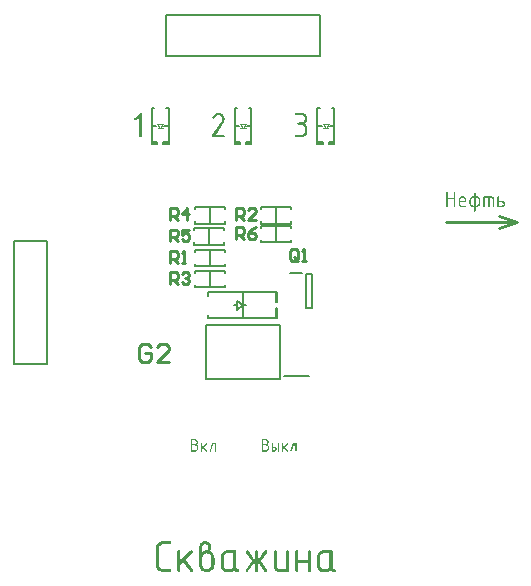
<source format=gto>
G04 Layer_Color=65535*
%FSLAX44Y44*%
%MOMM*%
G71*
G01*
G75*
%ADD26C,0.2540*%
%ADD27C,0.1500*%
%ADD28C,0.1000*%
%ADD29C,0.2000*%
G36*
X287712Y131335D02*
X287809Y131296D01*
X287887Y131218D01*
X287985Y131140D01*
X288043Y131003D01*
X288063Y130828D01*
Y130788D01*
X288043Y130710D01*
X288004Y130574D01*
X287907Y130457D01*
X285605Y128135D01*
X287965Y124819D01*
X287985Y124800D01*
X288024Y124722D01*
X288043Y124624D01*
X288063Y124507D01*
Y124488D01*
Y124429D01*
X288043Y124351D01*
X288004Y124254D01*
X287926Y124156D01*
X287848Y124078D01*
X287712Y124019D01*
X287536Y124000D01*
X287497D01*
X287380Y124019D01*
X287243Y124097D01*
X287165Y124136D01*
X287107Y124215D01*
X284844Y127375D01*
X283869Y126399D01*
Y124507D01*
Y124488D01*
Y124429D01*
X283849Y124351D01*
X283810Y124254D01*
X283732Y124156D01*
X283654Y124078D01*
X283517Y124019D01*
X283342Y124000D01*
X283264D01*
X283166Y124019D01*
X283088Y124059D01*
X282991Y124117D01*
X282893Y124215D01*
X282835Y124332D01*
X282815Y124507D01*
Y130828D01*
Y130847D01*
Y130906D01*
X282835Y131003D01*
X282874Y131101D01*
X282952Y131179D01*
X283030Y131276D01*
X283166Y131335D01*
X283342Y131354D01*
X283420D01*
X283517Y131335D01*
X283615Y131296D01*
X283693Y131218D01*
X283791Y131140D01*
X283849Y131003D01*
X283869Y130828D01*
Y127901D01*
X287165Y131198D01*
X287185Y131218D01*
X287263Y131276D01*
X287380Y131335D01*
X287536Y131354D01*
X287614D01*
X287712Y131335D01*
D02*
G37*
G36*
X295066D02*
X295163Y131296D01*
X295241Y131218D01*
X295339Y131140D01*
X295397Y131003D01*
X295417Y130828D01*
Y124507D01*
Y124488D01*
Y124429D01*
X295397Y124351D01*
X295358Y124254D01*
X295280Y124156D01*
X295202Y124078D01*
X295066Y124019D01*
X294890Y124000D01*
X294812D01*
X294715Y124019D01*
X294637Y124059D01*
X294539Y124117D01*
X294442Y124215D01*
X294383Y124332D01*
X294363Y124507D01*
Y130301D01*
X293154D01*
X291184Y124351D01*
Y124332D01*
X291164Y124293D01*
X291086Y124176D01*
X291008Y124117D01*
X290930Y124059D01*
X290833Y124019D01*
X290696Y124000D01*
X290618D01*
X290521Y124019D01*
X290443Y124059D01*
X290345Y124136D01*
X290247Y124215D01*
X290189Y124351D01*
X290169Y124527D01*
Y124546D01*
Y124585D01*
X290189Y124683D01*
X292257Y130925D01*
Y130944D01*
X292296Y130984D01*
X292335Y131062D01*
X292374Y131140D01*
X292452Y131218D01*
X292549Y131296D01*
X292647Y131335D01*
X292783Y131354D01*
X294968D01*
X295066Y131335D01*
D02*
G37*
G36*
X280357D02*
X280455Y131296D01*
X280533Y131218D01*
X280630Y131140D01*
X280689Y131003D01*
X280708Y130828D01*
Y124507D01*
Y124488D01*
Y124429D01*
X280689Y124351D01*
X280650Y124254D01*
X280572Y124156D01*
X280494Y124078D01*
X280357Y124019D01*
X280182Y124000D01*
X280104D01*
X280006Y124019D01*
X279928Y124059D01*
X279831Y124117D01*
X279733Y124215D01*
X279674Y124332D01*
X279655Y124507D01*
Y130828D01*
Y130847D01*
Y130906D01*
X279674Y131003D01*
X279714Y131101D01*
X279792Y131179D01*
X279870Y131276D01*
X280006Y131335D01*
X280182Y131354D01*
X280260D01*
X280357Y131335D01*
D02*
G37*
G36*
X446556Y342814D02*
X446678Y342765D01*
X446776Y342668D01*
X446898Y342570D01*
X446971Y342399D01*
X446995Y342179D01*
Y340202D01*
X447459D01*
X447752Y340178D01*
X448045Y340154D01*
X448387Y340105D01*
X448680Y340032D01*
X448924Y339958D01*
X448972Y339934D01*
X449070Y339885D01*
X449241Y339787D01*
X449461Y339665D01*
X449680Y339495D01*
X449924Y339275D01*
X450168Y339031D01*
X450388Y338738D01*
X450412Y338689D01*
X450486Y338591D01*
X450559Y338420D01*
X450681Y338201D01*
X450779Y337932D01*
X450852Y337615D01*
X450925Y337273D01*
X450950Y336907D01*
Y334271D01*
Y334246D01*
Y334222D01*
Y334149D01*
X450925Y334051D01*
X450901Y333783D01*
X450827Y333465D01*
X450705Y333099D01*
X450535Y332709D01*
X450290Y332318D01*
X449973Y331952D01*
X449924Y331903D01*
X449802Y331805D01*
X449607Y331659D01*
X449338Y331488D01*
X448997Y331293D01*
X448606Y331147D01*
X448143Y331049D01*
X447654Y331000D01*
X446995D01*
Y327705D01*
Y327680D01*
Y327607D01*
X446971Y327485D01*
X446922Y327387D01*
X446824Y327265D01*
X446727Y327143D01*
X446556Y327070D01*
X446336Y327046D01*
X446239D01*
X446116Y327070D01*
X446019Y327119D01*
X445897Y327216D01*
X445775Y327314D01*
X445701Y327485D01*
X445677Y327705D01*
Y331000D01*
X444896D01*
X444798Y331024D01*
X444530Y331049D01*
X444212Y331122D01*
X443846Y331244D01*
X443431Y331390D01*
X443041Y331635D01*
X442675Y331952D01*
X442626Y332001D01*
X442528Y332123D01*
X442382Y332318D01*
X442211Y332611D01*
X442016Y332928D01*
X441869Y333343D01*
X441772Y333783D01*
X441723Y334271D01*
Y336907D01*
Y336931D01*
Y336980D01*
Y337029D01*
X441747Y337127D01*
X441772Y337395D01*
X441845Y337713D01*
X441967Y338079D01*
X442113Y338469D01*
X442357Y338860D01*
X442675Y339226D01*
X442724Y339275D01*
X442846Y339372D01*
X443041Y339543D01*
X443334Y339714D01*
X443675Y339885D01*
X444066Y340056D01*
X444530Y340154D01*
X445018Y340202D01*
X445677D01*
Y342179D01*
Y342204D01*
Y342277D01*
X445701Y342399D01*
X445750Y342521D01*
X445848Y342619D01*
X445946Y342741D01*
X446116Y342814D01*
X446336Y342839D01*
X446434D01*
X446556Y342814D01*
D02*
G37*
G36*
X466279Y340178D02*
X466401Y340129D01*
X466498Y340032D01*
X466620Y339934D01*
X466694Y339763D01*
X466718Y339543D01*
Y336272D01*
X469525D01*
X469720Y336224D01*
X469964Y336175D01*
X470257Y336077D01*
X470575Y335955D01*
X470892Y335760D01*
X471185Y335491D01*
X471209Y335467D01*
X471307Y335345D01*
X471429Y335198D01*
X471576Y334979D01*
X471722Y334710D01*
X471844Y334393D01*
X471942Y334027D01*
X471966Y333636D01*
Y333587D01*
Y333441D01*
X471917Y333246D01*
X471868Y332977D01*
X471771Y332684D01*
X471649Y332367D01*
X471453Y332050D01*
X471185Y331757D01*
X471161Y331732D01*
X471039Y331635D01*
X470892Y331513D01*
X470672Y331390D01*
X470404Y331244D01*
X470087Y331122D01*
X469720Y331024D01*
X469330Y331000D01*
X465937D01*
X465839Y331024D01*
X465717Y331073D01*
X465595Y331147D01*
X465498Y331269D01*
X465424Y331415D01*
X465400Y331635D01*
Y339543D01*
Y339568D01*
Y339641D01*
X465424Y339763D01*
X465473Y339885D01*
X465571Y339983D01*
X465668Y340105D01*
X465839Y340178D01*
X466059Y340202D01*
X466157D01*
X466279Y340178D01*
D02*
G37*
G36*
X460542Y340154D02*
X460787Y340105D01*
X461079Y340007D01*
X461397Y339885D01*
X461714Y339690D01*
X462007Y339421D01*
X462031Y339397D01*
X462129Y339275D01*
X462251Y339128D01*
X462398Y338909D01*
X462544Y338640D01*
X462666Y338323D01*
X462764Y337957D01*
X462788Y337566D01*
Y331635D01*
Y331610D01*
Y331537D01*
X462764Y331439D01*
X462715Y331317D01*
X462617Y331195D01*
X462520Y331098D01*
X462349Y331024D01*
X462129Y331000D01*
X462031D01*
X461909Y331024D01*
X461812Y331073D01*
X461690Y331147D01*
X461568Y331269D01*
X461494Y331415D01*
X461470Y331635D01*
Y337566D01*
Y337590D01*
Y337664D01*
X461446Y337761D01*
X461421Y337883D01*
X461372Y338030D01*
X461299Y338201D01*
X461202Y338347D01*
X461079Y338494D01*
X461055Y338518D01*
X461006Y338567D01*
X460933Y338616D01*
X460811Y338689D01*
X460689Y338762D01*
X460518Y338835D01*
X460347Y338860D01*
X460152Y338884D01*
X458834D01*
Y331635D01*
Y331610D01*
Y331537D01*
X458809Y331439D01*
X458761Y331317D01*
X458663Y331195D01*
X458565Y331098D01*
X458394Y331024D01*
X458175Y331000D01*
X458077D01*
X457955Y331024D01*
X457857Y331073D01*
X457735Y331147D01*
X457613Y331269D01*
X457540Y331415D01*
X457516Y331635D01*
Y338884D01*
X454879D01*
Y331635D01*
Y331610D01*
Y331537D01*
X454855Y331439D01*
X454806Y331317D01*
X454709Y331195D01*
X454611Y331098D01*
X454440Y331024D01*
X454220Y331000D01*
X454123D01*
X454001Y331024D01*
X453903Y331073D01*
X453781Y331147D01*
X453659Y331269D01*
X453586Y331415D01*
X453561Y331635D01*
Y339543D01*
Y339568D01*
Y339641D01*
X453586Y339763D01*
X453635Y339885D01*
X453732Y339983D01*
X453830Y340105D01*
X454001Y340178D01*
X454220Y340202D01*
X460347D01*
X460542Y340154D01*
D02*
G37*
G36*
X436035Y340178D02*
X436279Y340154D01*
X436597Y340080D01*
X436987Y339983D01*
X437378Y339812D01*
X437769Y339568D01*
X438135Y339250D01*
X438183Y339202D01*
X438281Y339080D01*
X438428Y338884D01*
X438623Y338591D01*
X438794Y338250D01*
X438940Y337859D01*
X439038Y337420D01*
X439087Y336907D01*
Y334954D01*
X433839D01*
Y333636D01*
Y333612D01*
Y333539D01*
X433863Y333441D01*
X433887Y333319D01*
X433936Y333148D01*
X433985Y333002D01*
X434083Y332831D01*
X434205Y332684D01*
X434229Y332660D01*
X434278Y332635D01*
X434351Y332562D01*
X434473Y332513D01*
X434595Y332440D01*
X434766Y332367D01*
X434937Y332342D01*
X435132Y332318D01*
X438525D01*
X438647Y332294D01*
X438769Y332245D01*
X438867Y332147D01*
X438989Y332050D01*
X439062Y331879D01*
X439087Y331659D01*
Y331635D01*
Y331561D01*
X439062Y331439D01*
X439013Y331342D01*
X438916Y331220D01*
X438818Y331098D01*
X438647Y331024D01*
X438428Y331000D01*
X435083D01*
X434961Y331024D01*
X434742Y331049D01*
X434498Y331098D01*
X434205Y331195D01*
X433887Y331317D01*
X433570Y331513D01*
X433277Y331757D01*
X433253Y331781D01*
X433155Y331903D01*
X433033Y332050D01*
X432911Y332269D01*
X432765Y332538D01*
X432643Y332855D01*
X432545Y333221D01*
X432520Y333612D01*
Y336907D01*
Y336931D01*
Y336980D01*
Y337029D01*
X432545Y337127D01*
X432569Y337395D01*
X432643Y337713D01*
X432765Y338079D01*
X432911Y338469D01*
X433155Y338860D01*
X433472Y339226D01*
X433521Y339275D01*
X433643Y339372D01*
X433839Y339543D01*
X434132Y339714D01*
X434449Y339885D01*
X434864Y340056D01*
X435303Y340154D01*
X435791Y340202D01*
X435938D01*
X436035Y340178D01*
D02*
G37*
G36*
X275110Y131335D02*
X275207Y131296D01*
X275285Y131218D01*
X275383Y131140D01*
X275441Y131003D01*
X275461Y130828D01*
Y128214D01*
X276670D01*
X276826Y128174D01*
X277022Y128135D01*
X277256Y128057D01*
X277509Y127960D01*
X277763Y127804D01*
X277997Y127589D01*
X278016Y127570D01*
X278095Y127472D01*
X278192Y127355D01*
X278309Y127180D01*
X278426Y126965D01*
X278524Y126712D01*
X278602Y126419D01*
X278621Y126107D01*
Y126068D01*
Y125951D01*
X278582Y125795D01*
X278543Y125580D01*
X278465Y125346D01*
X278368Y125092D01*
X278211Y124839D01*
X277997Y124605D01*
X277977Y124585D01*
X277880Y124507D01*
X277763Y124410D01*
X277587Y124312D01*
X277373Y124195D01*
X277119Y124097D01*
X276826Y124019D01*
X276514Y124000D01*
X274856D01*
X274759Y124019D01*
X274681Y124059D01*
X274583Y124117D01*
X274486Y124215D01*
X274427Y124332D01*
X274408Y124507D01*
Y130828D01*
Y130847D01*
Y130906D01*
X274427Y131003D01*
X274466Y131101D01*
X274544Y131179D01*
X274622Y131276D01*
X274759Y131335D01*
X274934Y131354D01*
X275012D01*
X275110Y131335D01*
D02*
G37*
G36*
X299583Y411003D02*
X300012Y410964D01*
X300520Y410847D01*
X301105Y410652D01*
X301730Y410379D01*
X302355Y409988D01*
X302940Y409481D01*
X303018Y409403D01*
X303174Y409208D01*
X303448Y408856D01*
X303721Y408427D01*
X303994Y407880D01*
X304268Y407256D01*
X304424Y406553D01*
X304502Y405772D01*
Y405733D01*
Y405655D01*
Y405538D01*
X304463Y405343D01*
X304424Y405108D01*
X304385Y404874D01*
X304228Y404249D01*
X303994Y403586D01*
X303604Y402883D01*
X303370Y402532D01*
X303096Y402180D01*
X302784Y401868D01*
X302394Y401556D01*
X302433D01*
X302472Y401478D01*
X302706Y401283D01*
X303057Y400931D01*
X303448Y400424D01*
X303838Y399838D01*
X304189Y399096D01*
X304424Y398276D01*
X304463Y397808D01*
X304502Y397340D01*
Y395231D01*
Y395192D01*
Y395153D01*
Y395036D01*
X304463Y394880D01*
X304424Y394450D01*
X304307Y393943D01*
X304111Y393357D01*
X303838Y392733D01*
X303448Y392108D01*
X302940Y391523D01*
X302862Y391445D01*
X302667Y391288D01*
X302316Y391054D01*
X301886Y390781D01*
X301339Y390468D01*
X300715Y390234D01*
X300012Y390078D01*
X299231Y390000D01*
X294859D01*
X294703Y390039D01*
X294508Y390117D01*
X294312Y390273D01*
X294156Y390429D01*
X294039Y390703D01*
X294000Y391054D01*
Y391093D01*
Y391210D01*
X294039Y391405D01*
X294117Y391601D01*
X294234Y391757D01*
X294429Y391952D01*
X294664Y392069D01*
X295015Y392108D01*
X299466D01*
X299700Y392147D01*
X300012Y392225D01*
X300364Y392342D01*
X300715Y392499D01*
X301105Y392694D01*
X301457Y393006D01*
X301496Y393045D01*
X301613Y393162D01*
X301769Y393357D01*
X301925Y393631D01*
X302081Y393943D01*
X302237Y394333D01*
X302355Y394763D01*
X302394Y395231D01*
Y397340D01*
Y397379D01*
Y397574D01*
X302355Y397808D01*
X302276Y398120D01*
X302159Y398433D01*
X302003Y398823D01*
X301769Y399213D01*
X301457Y399565D01*
X301418Y399604D01*
X301300Y399721D01*
X301105Y399877D01*
X300832Y400033D01*
X300520Y400189D01*
X300129Y400346D01*
X299700Y400463D01*
X299231Y400502D01*
X296967D01*
X296772Y400541D01*
X296616Y400619D01*
X296420Y400775D01*
X296225Y400931D01*
X296108Y401204D01*
X296069Y401556D01*
Y401595D01*
Y401712D01*
X296108Y401907D01*
X296186Y402102D01*
X296342Y402258D01*
X296499Y402454D01*
X296772Y402571D01*
X297123Y402610D01*
X299466D01*
X299700Y402649D01*
X300012Y402727D01*
X300324Y402844D01*
X300715Y403000D01*
X301105Y403195D01*
X301457Y403508D01*
X301496Y403547D01*
X301613Y403664D01*
X301769Y403859D01*
X301925Y404132D01*
X302081Y404484D01*
X302237Y404874D01*
X302355Y405304D01*
X302394Y405772D01*
Y405811D01*
Y406006D01*
X302355Y406241D01*
X302276Y406553D01*
X302159Y406865D01*
X302003Y407256D01*
X301769Y407646D01*
X301457Y407997D01*
X301418Y408036D01*
X301300Y408153D01*
X301105Y408310D01*
X300832Y408466D01*
X300520Y408622D01*
X300129Y408778D01*
X299700Y408895D01*
X299231Y408934D01*
X294859D01*
X294703Y408973D01*
X294508Y409051D01*
X294312Y409208D01*
X294156Y409364D01*
X294039Y409637D01*
X294000Y409988D01*
Y410027D01*
Y410145D01*
X294039Y410340D01*
X294117Y410535D01*
X294234Y410691D01*
X294429Y410886D01*
X294664Y411003D01*
X295015Y411043D01*
X299426D01*
X299583Y411003D01*
D02*
G37*
G36*
X229583D02*
X230012Y410964D01*
X230520Y410847D01*
X231105Y410652D01*
X231730Y410379D01*
X232355Y409988D01*
X232940Y409481D01*
X233018Y409403D01*
X233174Y409208D01*
X233448Y408895D01*
X233721Y408466D01*
X233994Y407919D01*
X234268Y407295D01*
X234424Y406553D01*
X234502Y405772D01*
Y405694D01*
Y405499D01*
X234463Y405225D01*
X234385Y404835D01*
X234268Y404367D01*
X234072Y403859D01*
X233838Y403313D01*
X233526Y402727D01*
X226928Y392108D01*
X233604D01*
X233799Y392069D01*
X233994Y391991D01*
X234150Y391835D01*
X234346Y391679D01*
X234463Y391405D01*
X234502Y391054D01*
Y391015D01*
Y390898D01*
X234463Y390703D01*
X234385Y390547D01*
X234228Y390351D01*
X234072Y390156D01*
X233799Y390039D01*
X233448Y390000D01*
X224859D01*
X224703Y390039D01*
X224508Y390117D01*
X224312Y390234D01*
X224156Y390429D01*
X224039Y390664D01*
X224000Y391015D01*
Y391093D01*
X224039Y391210D01*
X224078Y391445D01*
X224156Y391640D01*
X231847Y404015D01*
X231886Y404054D01*
X231925Y404171D01*
X232003Y404328D01*
X232120Y404562D01*
X232237Y404835D01*
X232316Y405108D01*
X232355Y405421D01*
X232394Y405772D01*
Y405811D01*
Y406006D01*
X232355Y406241D01*
X232276Y406553D01*
X232159Y406865D01*
X232003Y407256D01*
X231769Y407646D01*
X231457Y407997D01*
X231418Y408036D01*
X231301Y408153D01*
X231105Y408310D01*
X230832Y408466D01*
X230520Y408622D01*
X230129Y408778D01*
X229700Y408895D01*
X229231Y408934D01*
X229153D01*
X228919Y408895D01*
X228568Y408778D01*
X228138Y408622D01*
X227631Y408271D01*
X227357Y408075D01*
X227084Y407802D01*
X226811Y407529D01*
X226538Y407138D01*
X226225Y406748D01*
X225952Y406280D01*
Y406241D01*
X225913Y406202D01*
X225718Y406045D01*
X225445Y405850D01*
X225249Y405811D01*
X225015Y405772D01*
X224859D01*
X224703Y405811D01*
X224508Y405889D01*
X224312Y406045D01*
X224156Y406202D01*
X224039Y406475D01*
X224000Y406826D01*
Y406865D01*
Y406982D01*
X224078Y407256D01*
X224117Y407295D01*
X224156Y407412D01*
X224273Y407607D01*
X224429Y407841D01*
X224625Y408153D01*
X224859Y408466D01*
X225132Y408778D01*
X225445Y409169D01*
X226186Y409832D01*
X226616Y410184D01*
X227084Y410457D01*
X227553Y410691D01*
X228099Y410886D01*
X228646Y411003D01*
X229231Y411043D01*
X229426D01*
X229583Y411003D01*
D02*
G37*
G36*
X163583D02*
X163778Y410925D01*
X163973Y410769D01*
X164168Y410613D01*
X164285Y410340D01*
X164324Y409988D01*
Y391015D01*
Y390976D01*
Y390859D01*
X164285Y390703D01*
X164207Y390508D01*
X164051Y390312D01*
X163895Y390156D01*
X163622Y390039D01*
X163270Y390000D01*
X163114D01*
X162919Y390039D01*
X162763Y390117D01*
X162568Y390234D01*
X162372Y390429D01*
X162255Y390664D01*
X162216Y391015D01*
Y407412D01*
X159757Y404991D01*
X159718Y404952D01*
X159562Y404874D01*
X159327Y404757D01*
X159054Y404718D01*
X158898D01*
X158703Y404757D01*
X158546Y404835D01*
X158351Y404991D01*
X158156Y405147D01*
X158039Y405421D01*
X158000Y405772D01*
Y405811D01*
Y405850D01*
X158039Y406006D01*
X158117Y406241D01*
X158273Y406475D01*
X162411Y410613D01*
Y410652D01*
X162490Y410691D01*
X162646Y410847D01*
X162919Y410964D01*
X163075Y411043D01*
X163388D01*
X163583Y411003D01*
D02*
G37*
G36*
X209336Y134495D02*
X209531Y134475D01*
X209784Y134417D01*
X210096Y134339D01*
X210409Y134202D01*
X210721Y134007D01*
X211013Y133754D01*
X211052Y133715D01*
X211130Y133617D01*
X211247Y133461D01*
X211404Y133227D01*
X211540Y132954D01*
X211657Y132642D01*
X211735Y132291D01*
X211774Y131881D01*
Y131861D01*
Y131822D01*
Y131764D01*
X211755Y131666D01*
X211716Y131432D01*
X211657Y131159D01*
X211540Y130828D01*
X211364Y130476D01*
X211247Y130320D01*
X211130Y130145D01*
X210974Y129989D01*
X210799Y129833D01*
X210818Y129813D01*
X210857Y129794D01*
X210935Y129735D01*
X211033Y129657D01*
X211150Y129579D01*
X211267Y129462D01*
X211404Y129326D01*
X211560Y129169D01*
X211696Y128974D01*
X211833Y128779D01*
X211950Y128565D01*
X212067Y128311D01*
X212164Y128057D01*
X212242Y127765D01*
X212281Y127472D01*
X212301Y127141D01*
Y127121D01*
Y127082D01*
Y127024D01*
X212281Y126926D01*
Y126809D01*
X212262Y126672D01*
X212184Y126380D01*
X212067Y126029D01*
X211911Y125658D01*
X211677Y125268D01*
X211521Y125092D01*
X211364Y124917D01*
X211345D01*
X211325Y124878D01*
X211267Y124839D01*
X211208Y124780D01*
X211013Y124624D01*
X210740Y124468D01*
X210428Y124293D01*
X210038Y124137D01*
X209609Y124039D01*
X209375Y124019D01*
X209141Y124000D01*
X206429D01*
X206351Y124019D01*
X206254Y124059D01*
X206156Y124117D01*
X206078Y124215D01*
X206019Y124332D01*
X206000Y124507D01*
Y133988D01*
Y134007D01*
Y134066D01*
X206019Y134163D01*
X206059Y134261D01*
X206117Y134339D01*
X206215Y134436D01*
X206332Y134495D01*
X206507Y134514D01*
X209258D01*
X209336Y134495D01*
D02*
G37*
G36*
X269336Y134495D02*
X269531Y134475D01*
X269784Y134417D01*
X270096Y134339D01*
X270409Y134202D01*
X270721Y134007D01*
X271013Y133754D01*
X271052Y133715D01*
X271130Y133617D01*
X271247Y133461D01*
X271404Y133227D01*
X271540Y132954D01*
X271657Y132642D01*
X271735Y132290D01*
X271774Y131881D01*
Y131861D01*
Y131822D01*
Y131764D01*
X271755Y131666D01*
X271716Y131432D01*
X271657Y131159D01*
X271540Y130828D01*
X271364Y130476D01*
X271247Y130320D01*
X271130Y130145D01*
X270974Y129989D01*
X270799Y129833D01*
X270818Y129813D01*
X270857Y129794D01*
X270935Y129735D01*
X271033Y129657D01*
X271150Y129579D01*
X271267Y129462D01*
X271404Y129325D01*
X271560Y129169D01*
X271696Y128974D01*
X271833Y128779D01*
X271950Y128565D01*
X272067Y128311D01*
X272164Y128057D01*
X272242Y127765D01*
X272281Y127472D01*
X272301Y127141D01*
Y127121D01*
Y127082D01*
Y127024D01*
X272281Y126926D01*
Y126809D01*
X272262Y126672D01*
X272184Y126380D01*
X272067Y126029D01*
X271911Y125658D01*
X271677Y125268D01*
X271521Y125092D01*
X271364Y124917D01*
X271345D01*
X271325Y124878D01*
X271267Y124839D01*
X271208Y124780D01*
X271013Y124624D01*
X270740Y124468D01*
X270428Y124293D01*
X270038Y124136D01*
X269609Y124039D01*
X269375Y124019D01*
X269141Y124000D01*
X266429D01*
X266351Y124019D01*
X266254Y124059D01*
X266156Y124117D01*
X266078Y124215D01*
X266019Y124332D01*
X266000Y124507D01*
Y133988D01*
Y134007D01*
Y134066D01*
X266019Y134163D01*
X266059Y134261D01*
X266117Y134339D01*
X266215Y134436D01*
X266332Y134495D01*
X266507Y134514D01*
X269258D01*
X269336Y134495D01*
D02*
G37*
G36*
X219304Y131335D02*
X219401Y131296D01*
X219480Y131218D01*
X219577Y131140D01*
X219636Y131003D01*
X219655Y130828D01*
Y130788D01*
X219636Y130710D01*
X219597Y130574D01*
X219499Y130457D01*
X217197Y128135D01*
X219557Y124819D01*
X219577Y124800D01*
X219616Y124722D01*
X219636Y124624D01*
X219655Y124507D01*
Y124488D01*
Y124429D01*
X219636Y124351D01*
X219597Y124254D01*
X219519Y124156D01*
X219440Y124078D01*
X219304Y124019D01*
X219128Y124000D01*
X219089D01*
X218972Y124019D01*
X218836Y124097D01*
X218758Y124137D01*
X218699Y124215D01*
X216436Y127375D01*
X215461Y126399D01*
Y124507D01*
Y124488D01*
Y124429D01*
X215441Y124351D01*
X215403Y124254D01*
X215324Y124156D01*
X215246Y124078D01*
X215110Y124019D01*
X214934Y124000D01*
X214856D01*
X214759Y124019D01*
X214681Y124059D01*
X214583Y124117D01*
X214486Y124215D01*
X214427Y124332D01*
X214408Y124507D01*
Y130828D01*
Y130847D01*
Y130906D01*
X214427Y131003D01*
X214466Y131101D01*
X214544Y131179D01*
X214622Y131276D01*
X214759Y131335D01*
X214934Y131354D01*
X215012D01*
X215110Y131335D01*
X215207Y131296D01*
X215285Y131218D01*
X215383Y131140D01*
X215441Y131003D01*
X215461Y130828D01*
Y127901D01*
X218758Y131198D01*
X218777Y131218D01*
X218855Y131276D01*
X218972Y131335D01*
X219128Y131354D01*
X219206D01*
X219304Y131335D01*
D02*
G37*
G36*
X226658D02*
X226756Y131296D01*
X226834Y131218D01*
X226931Y131140D01*
X226990Y131003D01*
X227009Y130828D01*
Y124507D01*
Y124488D01*
Y124429D01*
X226990Y124351D01*
X226951Y124254D01*
X226873Y124156D01*
X226795Y124078D01*
X226658Y124019D01*
X226483Y124000D01*
X226404D01*
X226307Y124019D01*
X226229Y124059D01*
X226131Y124117D01*
X226034Y124215D01*
X225975Y124332D01*
X225956Y124507D01*
Y130301D01*
X224746D01*
X222776Y124351D01*
Y124332D01*
X222757Y124293D01*
X222679Y124176D01*
X222601Y124117D01*
X222523Y124059D01*
X222425Y124019D01*
X222288Y124000D01*
X222211D01*
X222113Y124019D01*
X222035Y124059D01*
X221937Y124137D01*
X221840Y124215D01*
X221781Y124351D01*
X221762Y124527D01*
Y124546D01*
Y124585D01*
X221781Y124683D01*
X223849Y130925D01*
Y130945D01*
X223888Y130984D01*
X223927Y131062D01*
X223966Y131140D01*
X224044Y131218D01*
X224142Y131296D01*
X224239Y131335D01*
X224376Y131354D01*
X226561D01*
X226658Y131335D01*
D02*
G37*
G36*
X324995Y40356D02*
X325239Y40258D01*
X325434Y40063D01*
X325678Y39868D01*
X325825Y39526D01*
X325874Y39087D01*
Y25905D01*
Y25857D01*
Y25710D01*
X325923Y25466D01*
X326020Y25271D01*
X326216Y25027D01*
X326411Y24783D01*
X326753Y24636D01*
X327192Y24587D01*
X327387D01*
X327631Y24539D01*
X327875Y24441D01*
X328071Y24246D01*
X328315Y24050D01*
X328461Y23709D01*
X328510Y23269D01*
Y23221D01*
Y23074D01*
X328461Y22879D01*
X328363Y22635D01*
X328168Y22391D01*
X327973Y22195D01*
X327631Y22049D01*
X327192Y22000D01*
X326899D01*
X326557Y22098D01*
X326118Y22195D01*
X325630Y22342D01*
X325141Y22586D01*
X324653Y22928D01*
X324165Y23367D01*
X324116Y23318D01*
X323921Y23172D01*
X323579Y22928D01*
X323189Y22683D01*
X322652Y22439D01*
X322066Y22195D01*
X321382Y22049D01*
X320601Y22000D01*
X317867D01*
X317623Y22049D01*
X317184Y22098D01*
X316696Y22195D01*
X316110Y22391D01*
X315475Y22635D01*
X314841Y23025D01*
X314255Y23513D01*
X314206Y23562D01*
X314011Y23806D01*
X313767Y24099D01*
X313523Y24539D01*
X313230Y25076D01*
X312986Y25710D01*
X312790Y26442D01*
X312742Y27224D01*
Y35132D01*
Y35181D01*
Y35230D01*
X312790Y35523D01*
X312839Y35913D01*
X312937Y36402D01*
X313132Y36987D01*
X313376Y37622D01*
X313767Y38257D01*
X314255Y38842D01*
X314304Y38891D01*
X314548Y39087D01*
X314841Y39331D01*
X315280Y39624D01*
X315817Y39917D01*
X316452Y40161D01*
X317184Y40356D01*
X317965Y40405D01*
X324751D01*
X324995Y40356D01*
D02*
G37*
G36*
X243468D02*
X243712Y40258D01*
X243907Y40063D01*
X244151Y39868D01*
X244298Y39526D01*
X244346Y39087D01*
Y25905D01*
Y25857D01*
Y25710D01*
X244395Y25466D01*
X244493Y25271D01*
X244688Y25027D01*
X244883Y24783D01*
X245225Y24636D01*
X245664Y24587D01*
X245860D01*
X246104Y24539D01*
X246348Y24441D01*
X246543Y24246D01*
X246787Y24050D01*
X246934Y23709D01*
X246982Y23269D01*
Y23221D01*
Y23074D01*
X246934Y22879D01*
X246836Y22635D01*
X246641Y22391D01*
X246446Y22195D01*
X246104Y22049D01*
X245664Y22000D01*
X245371D01*
X245030Y22098D01*
X244590Y22195D01*
X244102Y22342D01*
X243614Y22586D01*
X243126Y22928D01*
X242638Y23367D01*
X242589Y23318D01*
X242394Y23172D01*
X242052Y22928D01*
X241661Y22683D01*
X241124Y22439D01*
X240539Y22195D01*
X239855Y22049D01*
X239074Y22000D01*
X236340D01*
X236096Y22049D01*
X235657Y22098D01*
X235168Y22195D01*
X234583Y22391D01*
X233948Y22635D01*
X233313Y23025D01*
X232727Y23513D01*
X232679Y23562D01*
X232483Y23806D01*
X232239Y24099D01*
X231995Y24539D01*
X231702Y25076D01*
X231458Y25710D01*
X231263Y26442D01*
X231214Y27224D01*
Y35132D01*
Y35181D01*
Y35230D01*
X231263Y35523D01*
X231312Y35913D01*
X231409Y36402D01*
X231605Y36987D01*
X231849Y37622D01*
X232239Y38257D01*
X232727Y38842D01*
X232776Y38891D01*
X233020Y39087D01*
X233313Y39331D01*
X233753Y39624D01*
X234290Y39917D01*
X234924Y40161D01*
X235657Y40356D01*
X236438Y40405D01*
X243223D01*
X243468Y40356D01*
D02*
G37*
G36*
X218814Y48216D02*
X219302Y48118D01*
X219888Y47923D01*
X220523Y47679D01*
X221157Y47288D01*
X221743Y46751D01*
X221792Y46702D01*
X221987Y46458D01*
X222231Y46165D01*
X222524Y45726D01*
X222817Y45189D01*
X223061Y44554D01*
X223257Y43822D01*
X223305Y43041D01*
Y42943D01*
Y42699D01*
X223257Y42357D01*
X223159Y41918D01*
X222964Y41381D01*
X222768Y40844D01*
X222427Y40356D01*
X221987Y39868D01*
X222085Y39819D01*
X222280Y39721D01*
X222622Y39526D01*
X223013Y39282D01*
X223501Y38940D01*
X223989Y38501D01*
X224428Y38013D01*
X224868Y37427D01*
X224916Y37329D01*
X225014Y37134D01*
X225209Y36792D01*
X225405Y36353D01*
X225600Y35816D01*
X225795Y35181D01*
X225893Y34546D01*
X225942Y33814D01*
Y28542D01*
Y28493D01*
Y28444D01*
Y28298D01*
X225893Y28102D01*
X225844Y27565D01*
X225697Y26931D01*
X225453Y26198D01*
X225112Y25417D01*
X224624Y24636D01*
X223989Y23904D01*
X223891Y23806D01*
X223647Y23611D01*
X223257Y23318D01*
X222720Y22976D01*
X222036Y22586D01*
X221255Y22293D01*
X220327Y22098D01*
X219351Y22000D01*
X219107D01*
X218912Y22049D01*
X218375Y22098D01*
X217740Y22244D01*
X217008Y22488D01*
X216227Y22781D01*
X215446Y23269D01*
X214713Y23904D01*
X214616Y24002D01*
X214420Y24246D01*
X214128Y24636D01*
X213786Y25222D01*
X213395Y25857D01*
X213102Y26687D01*
X212907Y27565D01*
X212809Y28542D01*
Y43041D01*
Y43090D01*
Y43138D01*
X212858Y43432D01*
X212907Y43822D01*
X213005Y44310D01*
X213200Y44896D01*
X213444Y45531D01*
X213835Y46165D01*
X214323Y46751D01*
X214372Y46800D01*
X214616Y46995D01*
X214909Y47239D01*
X215348Y47532D01*
X215885Y47825D01*
X216520Y48069D01*
X217252Y48264D01*
X218033Y48313D01*
X218424D01*
X218814Y48216D01*
D02*
G37*
G36*
X288186Y40356D02*
X288430Y40258D01*
X288625Y40063D01*
X288869Y39868D01*
X289016Y39526D01*
X289064Y39087D01*
Y23269D01*
Y23221D01*
Y23074D01*
X289016Y22879D01*
X288918Y22635D01*
X288723Y22391D01*
X288527Y22195D01*
X288186Y22049D01*
X287746Y22000D01*
X281058D01*
X280814Y22049D01*
X280375Y22098D01*
X279886Y22195D01*
X279301Y22391D01*
X278666Y22635D01*
X278031Y23025D01*
X277446Y23513D01*
X277397Y23562D01*
X277201Y23806D01*
X276957Y24099D01*
X276713Y24539D01*
X276420Y25076D01*
X276176Y25710D01*
X275981Y26442D01*
X275932Y27224D01*
Y39087D01*
Y39135D01*
Y39282D01*
X275981Y39526D01*
X276078Y39770D01*
X276274Y39965D01*
X276469Y40209D01*
X276811Y40356D01*
X277250Y40405D01*
X277446D01*
X277690Y40356D01*
X277934Y40258D01*
X278129Y40063D01*
X278373Y39868D01*
X278519Y39526D01*
X278568Y39087D01*
Y27224D01*
Y27175D01*
Y27028D01*
X278617Y26833D01*
X278666Y26589D01*
X278764Y26296D01*
X278861Y26003D01*
X279056Y25661D01*
X279301Y25368D01*
X279349Y25320D01*
X279447Y25271D01*
X279594Y25124D01*
X279838Y25027D01*
X280082Y24880D01*
X280423Y24734D01*
X280765Y24685D01*
X281156Y24636D01*
X286428D01*
Y39087D01*
Y39135D01*
Y39282D01*
X286477Y39526D01*
X286575Y39770D01*
X286770Y39965D01*
X286965Y40209D01*
X287307Y40356D01*
X287746Y40405D01*
X287941D01*
X288186Y40356D01*
D02*
G37*
G36*
X306590D02*
X306834Y40258D01*
X307030Y40063D01*
X307274Y39868D01*
X307420Y39526D01*
X307469Y39087D01*
Y23269D01*
Y23221D01*
Y23074D01*
X307420Y22879D01*
X307323Y22635D01*
X307127Y22391D01*
X306932Y22195D01*
X306590Y22049D01*
X306151Y22000D01*
X305956D01*
X305712Y22049D01*
X305516Y22146D01*
X305272Y22342D01*
X305028Y22537D01*
X304882Y22879D01*
X304833Y23318D01*
Y29909D01*
X296973D01*
Y23318D01*
Y23269D01*
Y23123D01*
X296924Y22879D01*
X296826Y22683D01*
X296631Y22439D01*
X296436Y22195D01*
X296094Y22049D01*
X295655Y22000D01*
X295460D01*
X295215Y22049D01*
X295020Y22146D01*
X294776Y22293D01*
X294532Y22537D01*
X294386Y22830D01*
X294337Y23269D01*
Y39087D01*
Y39135D01*
Y39282D01*
X294386Y39526D01*
X294483Y39770D01*
X294678Y39965D01*
X294874Y40209D01*
X295215Y40356D01*
X295655Y40405D01*
X295850D01*
X296094Y40356D01*
X296338Y40258D01*
X296534Y40063D01*
X296778Y39868D01*
X296924Y39526D01*
X296973Y39087D01*
Y32545D01*
X304833D01*
Y39087D01*
Y39135D01*
Y39282D01*
X304882Y39526D01*
X304979Y39770D01*
X305175Y39965D01*
X305370Y40209D01*
X305712Y40356D01*
X306151Y40405D01*
X306346D01*
X306590Y40356D01*
D02*
G37*
G36*
X206658D02*
X206902Y40258D01*
X207098Y40063D01*
X207342Y39868D01*
X207488Y39526D01*
X207537Y39087D01*
Y38989D01*
X207488Y38794D01*
X207390Y38452D01*
X207146Y38159D01*
X201386Y32350D01*
X207293Y24050D01*
X207342Y24002D01*
X207439Y23806D01*
X207488Y23562D01*
X207537Y23269D01*
Y23221D01*
Y23074D01*
X207488Y22879D01*
X207390Y22635D01*
X207195Y22391D01*
X207000Y22195D01*
X206658Y22049D01*
X206219Y22000D01*
X206121D01*
X205828Y22049D01*
X205487Y22244D01*
X205291Y22342D01*
X205145Y22537D01*
X199482Y30446D01*
X197041Y28005D01*
Y23269D01*
Y23221D01*
Y23074D01*
X196992Y22879D01*
X196894Y22635D01*
X196699Y22391D01*
X196504Y22195D01*
X196162Y22049D01*
X195723Y22000D01*
X195527D01*
X195283Y22049D01*
X195088Y22146D01*
X194844Y22293D01*
X194600Y22537D01*
X194454Y22830D01*
X194405Y23269D01*
Y39087D01*
Y39135D01*
Y39282D01*
X194454Y39526D01*
X194551Y39770D01*
X194746Y39965D01*
X194942Y40209D01*
X195283Y40356D01*
X195723Y40405D01*
X195918D01*
X196162Y40356D01*
X196406Y40258D01*
X196602Y40063D01*
X196846Y39868D01*
X196992Y39526D01*
X197041Y39087D01*
Y31764D01*
X205291Y40014D01*
X205340Y40063D01*
X205535Y40209D01*
X205828Y40356D01*
X206219Y40405D01*
X206414D01*
X206658Y40356D01*
D02*
G37*
G36*
X269781D02*
X270025Y40258D01*
X270269Y40063D01*
X270513Y39868D01*
X270660Y39526D01*
X270709Y39087D01*
Y39038D01*
X270660Y38842D01*
X270611Y38598D01*
X270416Y38354D01*
X265631Y31178D01*
X270416Y24050D01*
X270464Y24002D01*
X270562Y23806D01*
X270660Y23562D01*
X270709Y23269D01*
Y23221D01*
Y23074D01*
X270660Y22879D01*
X270562Y22635D01*
X270367Y22391D01*
X270123Y22195D01*
X269781Y22049D01*
X269342Y22000D01*
X269244D01*
X268951Y22049D01*
X268560Y22244D01*
X268365Y22342D01*
X268219Y22537D01*
X262800Y30690D01*
Y23269D01*
Y23221D01*
Y23074D01*
X262751Y22879D01*
X262653Y22635D01*
X262458Y22391D01*
X262263Y22195D01*
X261921Y22049D01*
X261482Y22000D01*
X261286D01*
X261042Y22049D01*
X260847Y22146D01*
X260603Y22342D01*
X260359Y22537D01*
X260212Y22879D01*
X260164Y23318D01*
Y30836D01*
X254647Y22537D01*
X254598Y22439D01*
X254354Y22293D01*
X254012Y22098D01*
X253768Y22049D01*
X253524Y22000D01*
X253427D01*
X253231Y22049D01*
X252890Y22146D01*
X252597Y22342D01*
X252548Y22391D01*
X252450Y22586D01*
X252304Y22879D01*
X252255Y23269D01*
Y23367D01*
X252304Y23513D01*
X252353Y23806D01*
X252450Y24050D01*
X257234Y31178D01*
X252450Y38354D01*
X252401Y38403D01*
X252353Y38550D01*
X252304Y38794D01*
X252255Y39087D01*
Y39135D01*
Y39282D01*
X252304Y39526D01*
X252401Y39770D01*
X252597Y39965D01*
X252792Y40209D01*
X253134Y40356D01*
X253573Y40405D01*
X253720D01*
X254012Y40356D01*
X254354Y40161D01*
X254550Y40014D01*
X254696Y39819D01*
X260164Y31617D01*
Y39087D01*
Y39135D01*
Y39282D01*
X260212Y39526D01*
X260310Y39770D01*
X260505Y39965D01*
X260701Y40209D01*
X261042Y40356D01*
X261482Y40405D01*
X261677D01*
X261921Y40356D01*
X262165Y40258D01*
X262360Y40063D01*
X262605Y39868D01*
X262751Y39526D01*
X262800Y39087D01*
Y31569D01*
X268219Y39819D01*
Y39868D01*
X268316Y39917D01*
X268512Y40112D01*
X268853Y40307D01*
X269097Y40405D01*
X269537D01*
X269781Y40356D01*
D02*
G37*
G36*
X188253Y48264D02*
X188498Y48167D01*
X188693Y47972D01*
X188937Y47776D01*
X189083Y47435D01*
X189132Y46995D01*
Y46946D01*
Y46800D01*
X189083Y46556D01*
X188986Y46361D01*
X188790Y46116D01*
X188595Y45872D01*
X188253Y45726D01*
X187814Y45677D01*
X182444D01*
X182151Y45628D01*
X181761Y45580D01*
X181272Y45433D01*
X180735Y45189D01*
X180198Y44847D01*
X179661Y44359D01*
X179173Y43724D01*
Y43676D01*
X179076Y43578D01*
X179027Y43383D01*
X178929Y43138D01*
X178832Y42846D01*
X178734Y42504D01*
X178685Y42113D01*
X178636Y41723D01*
Y28542D01*
Y28493D01*
Y28298D01*
X178685Y27956D01*
X178783Y27614D01*
X178929Y27175D01*
X179124Y26687D01*
X179368Y26198D01*
X179759Y25759D01*
X179808Y25710D01*
X179954Y25564D01*
X180198Y25417D01*
X180540Y25222D01*
X180931Y24978D01*
X181419Y24832D01*
X181956Y24685D01*
X182542Y24636D01*
X188009D01*
X188253Y24587D01*
X188498Y24490D01*
X188693Y24295D01*
X188937Y24099D01*
X189083Y23758D01*
X189132Y23318D01*
Y23269D01*
Y23123D01*
X189083Y22879D01*
X188986Y22683D01*
X188790Y22439D01*
X188595Y22195D01*
X188253Y22049D01*
X187814Y22000D01*
X182298D01*
X182102Y22049D01*
X181565Y22098D01*
X180931Y22244D01*
X180198Y22488D01*
X179417Y22781D01*
X178636Y23269D01*
X177904Y23904D01*
X177806Y24002D01*
X177611Y24246D01*
X177318Y24636D01*
X176976Y25222D01*
X176586Y25857D01*
X176293Y26687D01*
X176098Y27565D01*
X176000Y28542D01*
Y41723D01*
Y41772D01*
Y41869D01*
Y41967D01*
X176049Y42162D01*
X176098Y42699D01*
X176244Y43334D01*
X176488Y44066D01*
X176781Y44847D01*
X177269Y45628D01*
X177904Y46361D01*
X178002Y46458D01*
X178246Y46653D01*
X178636Y46995D01*
X179222Y47337D01*
X179857Y47679D01*
X180687Y48020D01*
X181565Y48216D01*
X182542Y48313D01*
X188009D01*
X188253Y48264D01*
D02*
G37*
G36*
X429445Y344132D02*
X429567Y344083D01*
X429664Y343986D01*
X429787Y343888D01*
X429860Y343717D01*
X429884Y343498D01*
Y331635D01*
Y331610D01*
Y331537D01*
X429860Y331439D01*
X429811Y331317D01*
X429713Y331195D01*
X429616Y331098D01*
X429445Y331024D01*
X429225Y331000D01*
X429128D01*
X429006Y331024D01*
X428908Y331073D01*
X428786Y331147D01*
X428664Y331269D01*
X428591Y331415D01*
X428566Y331635D01*
Y337566D01*
X423318D01*
Y331635D01*
Y331610D01*
Y331537D01*
X423294Y331439D01*
X423245Y331317D01*
X423147Y331195D01*
X423050Y331098D01*
X422879Y331024D01*
X422659Y331000D01*
X422561D01*
X422439Y331024D01*
X422342Y331073D01*
X422220Y331147D01*
X422098Y331269D01*
X422024Y331415D01*
X422000Y331635D01*
Y343498D01*
Y343522D01*
Y343595D01*
X422024Y343717D01*
X422073Y343839D01*
X422171Y343937D01*
X422268Y344059D01*
X422439Y344132D01*
X422659Y344157D01*
X422757D01*
X422879Y344132D01*
X423001Y344083D01*
X423098Y343986D01*
X423220Y343888D01*
X423294Y343717D01*
X423318Y343498D01*
Y338884D01*
X428566D01*
Y343498D01*
Y343522D01*
Y343595D01*
X428591Y343717D01*
X428639Y343839D01*
X428737Y343937D01*
X428835Y344059D01*
X429006Y344132D01*
X429225Y344157D01*
X429323D01*
X429445Y344132D01*
D02*
G37*
%LPC*%
G36*
X445677Y338884D02*
X444872D01*
X444725Y338860D01*
X444530Y338811D01*
X444310Y338738D01*
X444066Y338640D01*
X443822Y338494D01*
X443602Y338298D01*
X443578Y338274D01*
X443505Y338201D01*
X443431Y338079D01*
X443334Y337908D01*
X443212Y337713D01*
X443139Y337468D01*
X443065Y337200D01*
X443041Y336907D01*
Y334271D01*
Y334246D01*
Y334124D01*
X443065Y333978D01*
X443114Y333783D01*
X443187Y333563D01*
X443285Y333343D01*
X443407Y333099D01*
X443602Y332879D01*
X443627Y332855D01*
X443700Y332782D01*
X443822Y332709D01*
X443993Y332611D01*
X444212Y332489D01*
X444457Y332416D01*
X444725Y332342D01*
X445018Y332318D01*
X445677D01*
Y338884D01*
D02*
G37*
G36*
X447654D02*
X446995D01*
Y332318D01*
X447801D01*
X447947Y332342D01*
X448143Y332391D01*
X448338Y332465D01*
X448582Y332562D01*
X448826Y332684D01*
X449046Y332879D01*
X449070Y332904D01*
X449143Y332977D01*
X449241Y333099D01*
X449338Y333270D01*
X449436Y333465D01*
X449534Y333709D01*
X449607Y333978D01*
X449631Y334271D01*
Y336907D01*
Y336931D01*
Y337053D01*
X449607Y337200D01*
X449558Y337395D01*
X449485Y337590D01*
X449387Y337835D01*
X449241Y338079D01*
X449046Y338298D01*
X449021Y338323D01*
X448948Y338396D01*
X448826Y338494D01*
X448655Y338591D01*
X448460Y338689D01*
X448216Y338787D01*
X447947Y338860D01*
X447654Y338884D01*
D02*
G37*
G36*
X469330Y334954D02*
X466718D01*
Y332318D01*
X469427D01*
X469525Y332342D01*
X469647Y332367D01*
X469794Y332416D01*
X469940Y332465D01*
X470111Y332562D01*
X470257Y332684D01*
X470282Y332709D01*
X470331Y332757D01*
X470379Y332831D01*
X470453Y332953D01*
X470526Y333099D01*
X470599Y333246D01*
X470624Y333441D01*
X470648Y333636D01*
Y333661D01*
Y333734D01*
X470624Y333831D01*
X470599Y333954D01*
X470550Y334100D01*
X470477Y334246D01*
X470379Y334417D01*
X470257Y334564D01*
X470233Y334588D01*
X470184Y334637D01*
X470111Y334686D01*
X470013Y334759D01*
X469867Y334832D01*
X469720Y334906D01*
X469525Y334930D01*
X469330Y334954D01*
D02*
G37*
G36*
X435791Y338884D02*
X435669D01*
X435498Y338860D01*
X435327Y338811D01*
X435108Y338738D01*
X434864Y338640D01*
X434620Y338494D01*
X434400Y338298D01*
X434376Y338274D01*
X434302Y338201D01*
X434229Y338079D01*
X434132Y337908D01*
X434009Y337713D01*
X433936Y337468D01*
X433863Y337200D01*
X433839Y336907D01*
Y336272D01*
X437769D01*
Y336907D01*
Y336931D01*
Y337053D01*
X437744Y337200D01*
X437695Y337395D01*
X437622Y337590D01*
X437524Y337835D01*
X437378Y338079D01*
X437183Y338298D01*
X437158Y338323D01*
X437085Y338396D01*
X436963Y338494D01*
X436792Y338591D01*
X436597Y338689D01*
X436353Y338787D01*
X436084Y338860D01*
X435791Y338884D01*
D02*
G37*
G36*
X276514Y127160D02*
X275461D01*
Y125053D01*
X276592D01*
X276670Y125073D01*
X276768Y125092D01*
X276885Y125131D01*
X277002Y125170D01*
X277139Y125248D01*
X277256Y125346D01*
X277275Y125365D01*
X277314Y125405D01*
X277353Y125463D01*
X277412Y125561D01*
X277470Y125678D01*
X277529Y125795D01*
X277548Y125951D01*
X277568Y126107D01*
Y126126D01*
Y126185D01*
X277548Y126263D01*
X277529Y126360D01*
X277490Y126477D01*
X277431Y126594D01*
X277353Y126731D01*
X277256Y126848D01*
X277236Y126868D01*
X277197Y126907D01*
X277139Y126946D01*
X277041Y127004D01*
X276943Y127063D01*
X276807Y127121D01*
X276670Y127141D01*
X276514Y127160D01*
D02*
G37*
G36*
X209141Y129247D02*
X207053D01*
Y125053D01*
X209180D01*
X209297Y125073D01*
X209453Y125092D01*
X209648Y125131D01*
X209882Y125210D01*
X210135Y125307D01*
X210389Y125463D01*
X210623Y125658D01*
X210643Y125678D01*
X210721Y125775D01*
X210818Y125892D01*
X210935Y126068D01*
X211052Y126282D01*
X211150Y126536D01*
X211228Y126828D01*
X211247Y127141D01*
Y127160D01*
Y127180D01*
Y127297D01*
X211208Y127453D01*
X211169Y127648D01*
X211091Y127882D01*
X210994Y128135D01*
X210838Y128389D01*
X210623Y128623D01*
X210604Y128643D01*
X210506Y128721D01*
X210389Y128818D01*
X210214Y128935D01*
X209999Y129052D01*
X209745Y129150D01*
X209453Y129228D01*
X209141Y129247D01*
D02*
G37*
G36*
Y133461D02*
X207053D01*
Y130301D01*
X209258D01*
X209375Y130320D01*
X209531Y130359D01*
X209687Y130418D01*
X209882Y130496D01*
X210077Y130593D01*
X210253Y130750D01*
X210272Y130769D01*
X210331Y130828D01*
X210409Y130925D01*
X210487Y131062D01*
X210565Y131237D01*
X210643Y131432D01*
X210701Y131647D01*
X210721Y131881D01*
Y131900D01*
Y131998D01*
X210701Y132115D01*
X210662Y132271D01*
X210604Y132427D01*
X210526Y132622D01*
X210409Y132817D01*
X210253Y132993D01*
X210233Y133012D01*
X210175Y133071D01*
X210077Y133149D01*
X209940Y133227D01*
X209784Y133305D01*
X209589Y133383D01*
X209375Y133441D01*
X209141Y133461D01*
D02*
G37*
G36*
X269141Y129247D02*
X267053D01*
Y125053D01*
X269180D01*
X269297Y125073D01*
X269453Y125092D01*
X269648Y125131D01*
X269882Y125209D01*
X270135Y125307D01*
X270389Y125463D01*
X270623Y125658D01*
X270643Y125678D01*
X270721Y125775D01*
X270818Y125892D01*
X270935Y126068D01*
X271052Y126282D01*
X271150Y126536D01*
X271228Y126828D01*
X271247Y127141D01*
Y127160D01*
Y127180D01*
Y127297D01*
X271208Y127453D01*
X271169Y127648D01*
X271091Y127882D01*
X270994Y128135D01*
X270838Y128389D01*
X270623Y128623D01*
X270604Y128643D01*
X270506Y128721D01*
X270389Y128818D01*
X270214Y128935D01*
X269999Y129052D01*
X269745Y129150D01*
X269453Y129228D01*
X269141Y129247D01*
D02*
G37*
G36*
Y133461D02*
X267053D01*
Y130301D01*
X269258D01*
X269375Y130320D01*
X269531Y130359D01*
X269687Y130418D01*
X269882Y130496D01*
X270077Y130593D01*
X270253Y130750D01*
X270272Y130769D01*
X270331Y130828D01*
X270409Y130925D01*
X270487Y131062D01*
X270565Y131237D01*
X270643Y131432D01*
X270701Y131647D01*
X270721Y131881D01*
Y131900D01*
Y131998D01*
X270701Y132115D01*
X270662Y132271D01*
X270604Y132427D01*
X270526Y132622D01*
X270409Y132817D01*
X270253Y132993D01*
X270233Y133012D01*
X270175Y133071D01*
X270077Y133149D01*
X269940Y133227D01*
X269784Y133305D01*
X269589Y133383D01*
X269375Y133441D01*
X269141Y133461D01*
D02*
G37*
G36*
X323237Y37768D02*
X317770D01*
X317575Y37720D01*
X317330Y37671D01*
X317038Y37573D01*
X316745Y37427D01*
X316403Y37232D01*
X316110Y36987D01*
X316061Y36939D01*
X316012Y36841D01*
X315866Y36695D01*
X315768Y36450D01*
X315622Y36206D01*
X315475Y35865D01*
X315427Y35523D01*
X315378Y35132D01*
Y27224D01*
Y27175D01*
Y27028D01*
X315427Y26833D01*
X315475Y26589D01*
X315573Y26296D01*
X315671Y26003D01*
X315866Y25661D01*
X316110Y25368D01*
X316159Y25320D01*
X316256Y25271D01*
X316403Y25124D01*
X316647Y25027D01*
X316891Y24880D01*
X317233Y24734D01*
X317575Y24685D01*
X317965Y24636D01*
X320797D01*
X320992Y24685D01*
X321236Y24734D01*
X321529Y24832D01*
X321822Y24929D01*
X322164Y25124D01*
X322456Y25368D01*
X322505Y25417D01*
X322603Y25515D01*
X322701Y25661D01*
X322847Y25905D01*
X322993Y26150D01*
X323140Y26491D01*
X323189Y26833D01*
X323237Y27224D01*
Y37768D01*
D02*
G37*
G36*
X241710D02*
X236242D01*
X236047Y37720D01*
X235803Y37671D01*
X235510Y37573D01*
X235217Y37427D01*
X234876Y37232D01*
X234583Y36987D01*
X234534Y36939D01*
X234485Y36841D01*
X234338Y36695D01*
X234241Y36450D01*
X234094Y36206D01*
X233948Y35865D01*
X233899Y35523D01*
X233850Y35132D01*
Y27224D01*
Y27175D01*
Y27028D01*
X233899Y26833D01*
X233948Y26589D01*
X234046Y26296D01*
X234143Y26003D01*
X234338Y25661D01*
X234583Y25368D01*
X234631Y25320D01*
X234729Y25271D01*
X234876Y25124D01*
X235120Y25027D01*
X235364Y24880D01*
X235705Y24734D01*
X236047Y24685D01*
X236438Y24636D01*
X239269D01*
X239464Y24685D01*
X239708Y24734D01*
X240002Y24832D01*
X240294Y24929D01*
X240636Y25124D01*
X240929Y25368D01*
X240978Y25417D01*
X241075Y25515D01*
X241173Y25661D01*
X241320Y25905D01*
X241466Y26150D01*
X241612Y26491D01*
X241661Y26833D01*
X241710Y27224D01*
Y37768D01*
D02*
G37*
G36*
X218033Y45677D02*
X217838D01*
X217642Y45628D01*
X217398Y45580D01*
X217105Y45482D01*
X216812Y45335D01*
X216471Y45140D01*
X216178Y44896D01*
X216129Y44847D01*
X216080Y44750D01*
X215934Y44603D01*
X215836Y44359D01*
X215690Y44115D01*
X215543Y43773D01*
X215494Y43432D01*
X215446Y43041D01*
Y39087D01*
X215543Y39135D01*
X215739Y39282D01*
X216031Y39526D01*
X216471Y39770D01*
X216910Y39965D01*
X217447Y40209D01*
X217935Y40356D01*
X218472Y40405D01*
X218619D01*
X218765Y40454D01*
X218960Y40502D01*
X219205Y40600D01*
X219449Y40795D01*
X219742Y40991D01*
X219986Y41283D01*
X220035Y41332D01*
X220083Y41430D01*
X220181Y41625D01*
X220327Y41820D01*
X220572Y42406D01*
X220620Y42699D01*
X220669Y43041D01*
Y43090D01*
Y43236D01*
X220620Y43432D01*
X220572Y43676D01*
X220474Y43969D01*
X220327Y44261D01*
X220132Y44603D01*
X219888Y44896D01*
X219839Y44945D01*
X219742Y45043D01*
X219595Y45140D01*
X219400Y45287D01*
X219107Y45433D01*
X218814Y45580D01*
X218424Y45628D01*
X218033Y45677D01*
D02*
G37*
G36*
X219351Y37768D02*
X219058D01*
X218765Y37720D01*
X218375Y37622D01*
X217935Y37476D01*
X217496Y37280D01*
X217008Y36987D01*
X216568Y36597D01*
X216520Y36548D01*
X216373Y36402D01*
X216227Y36158D01*
X216031Y35816D01*
X215787Y35425D01*
X215641Y34937D01*
X215494Y34400D01*
X215446Y33814D01*
Y28542D01*
Y28493D01*
Y28249D01*
X215494Y27956D01*
X215592Y27565D01*
X215739Y27126D01*
X215934Y26687D01*
X216178Y26198D01*
X216568Y25759D01*
X216617Y25710D01*
X216764Y25564D01*
X217008Y25417D01*
X217349Y25222D01*
X217740Y24978D01*
X218228Y24832D01*
X218765Y24685D01*
X219351Y24636D01*
X219644D01*
X219937Y24685D01*
X220327Y24783D01*
X220767Y24929D01*
X221206Y25124D01*
X221694Y25368D01*
X222134Y25759D01*
X222183Y25808D01*
X222329Y25954D01*
X222524Y26198D01*
X222720Y26540D01*
X222915Y26931D01*
X223110Y27419D01*
X223257Y27956D01*
X223305Y28542D01*
Y33814D01*
Y33863D01*
Y34107D01*
X223257Y34400D01*
X223159Y34790D01*
X223013Y35181D01*
X222817Y35669D01*
X222524Y36158D01*
X222134Y36597D01*
X222085Y36646D01*
X221938Y36792D01*
X221694Y36987D01*
X221353Y37183D01*
X220962Y37378D01*
X220474Y37573D01*
X219937Y37720D01*
X219351Y37768D01*
D02*
G37*
%LPD*%
D26*
X467000Y323645D02*
X482000Y318645D01*
X467000Y313645D02*
X482000Y318645D01*
X422000D02*
X482000D01*
X244000Y304000D02*
Y313997D01*
X248998D01*
X250665Y312331D01*
Y308998D01*
X248998Y307332D01*
X244000D01*
X247332D02*
X250665Y304000D01*
X260661Y313997D02*
X257329Y312331D01*
X253997Y308998D01*
Y305666D01*
X255663Y304000D01*
X258995D01*
X260661Y305666D01*
Y307332D01*
X258995Y308998D01*
X253997D01*
X188000Y302000D02*
Y311997D01*
X192998D01*
X194664Y310331D01*
Y306998D01*
X192998Y305332D01*
X188000D01*
X191332D02*
X194664Y302000D01*
X204661Y311997D02*
X197997D01*
Y306998D01*
X201329Y308664D01*
X202995D01*
X204661Y306998D01*
Y303666D01*
X202995Y302000D01*
X199663D01*
X197997Y303666D01*
X188000Y320000D02*
Y329997D01*
X192998D01*
X194664Y328331D01*
Y324998D01*
X192998Y323332D01*
X188000D01*
X191332D02*
X194664Y320000D01*
X202995D02*
Y329997D01*
X197997Y324998D01*
X204661D01*
X188000Y266000D02*
Y275997D01*
X192998D01*
X194664Y274331D01*
Y270998D01*
X192998Y269332D01*
X188000D01*
X191332D02*
X194664Y266000D01*
X197997Y274331D02*
X199663Y275997D01*
X202995D01*
X204661Y274331D01*
Y272665D01*
X202995Y270998D01*
X201329D01*
X202995D01*
X204661Y269332D01*
Y267666D01*
X202995Y266000D01*
X199663D01*
X197997Y267666D01*
X244000Y320000D02*
Y329997D01*
X248998D01*
X250665Y328331D01*
Y324998D01*
X248998Y323332D01*
X244000D01*
X247332D02*
X250665Y320000D01*
X260661D02*
X253997D01*
X260661Y326665D01*
Y328331D01*
X258995Y329997D01*
X255663D01*
X253997Y328331D01*
X188000Y284000D02*
Y293997D01*
X192998D01*
X194664Y292331D01*
Y288998D01*
X192998Y287332D01*
X188000D01*
X191332D02*
X194664Y284000D01*
X197997D02*
X201329D01*
X199663D01*
Y293997D01*
X197997Y292331D01*
X296317Y287026D02*
Y293691D01*
X294650Y295357D01*
X291318D01*
X289652Y293691D01*
Y287026D01*
X291318Y285360D01*
X294650D01*
X292984Y288692D02*
X296317Y285360D01*
X294650D02*
X296317Y287026D01*
X299649Y285360D02*
X302981D01*
X301315D01*
Y295357D01*
X299649Y293691D01*
X172157Y212696D02*
X169618Y215235D01*
X164539D01*
X162000Y212696D01*
Y202539D01*
X164539Y200000D01*
X169618D01*
X172157Y202539D01*
Y207617D01*
X167078D01*
X187392Y200000D02*
X177235D01*
X187392Y210157D01*
Y212696D01*
X184853Y215235D01*
X179774D01*
X177235Y212696D01*
D27*
X265300Y317000D02*
Y318920D01*
Y317000D02*
X290700D01*
Y318920D01*
Y329080D02*
Y331000D01*
X265300D02*
X290700D01*
X265300Y329080D02*
Y331000D01*
X278000Y317000D02*
Y331000D01*
X290700Y313080D02*
Y315000D01*
X265300D02*
X290700D01*
X265300Y313080D02*
Y315000D01*
Y301000D02*
Y302920D01*
Y301000D02*
X290700D01*
Y302920D01*
X278000Y301000D02*
Y315000D01*
X208800Y299100D02*
Y301020D01*
Y299100D02*
X234200D01*
X234200Y301020D01*
X234200Y313100D02*
X234200Y311180D01*
X208800Y313100D02*
X234200D01*
X208800Y311180D02*
Y313100D01*
X221500Y299100D02*
Y313100D01*
X209300Y317000D02*
Y318920D01*
Y317000D02*
X234700D01*
Y318920D01*
Y329080D02*
Y331000D01*
X209300D02*
X234700D01*
X209300Y329080D02*
Y331000D01*
X222000Y317000D02*
Y331000D01*
X209300Y281000D02*
Y282920D01*
Y281000D02*
X234700D01*
Y282920D01*
Y293080D02*
Y295000D01*
X209300D02*
X234700D01*
X209300Y293080D02*
Y295000D01*
X222000Y281000D02*
Y295000D01*
X234700Y275080D02*
Y277000D01*
X209300D02*
X234700D01*
X209300Y275080D02*
Y277000D01*
Y263000D02*
Y264920D01*
Y263000D02*
X234700D01*
Y264920D01*
X222000Y263000D02*
Y277000D01*
X183500Y400000D02*
X187000D01*
X173000D02*
X176500D01*
X182540Y384760D02*
Y386030D01*
Y384760D02*
X187000D01*
Y386030D01*
X177460Y384760D02*
Y386030D01*
X173000Y384760D02*
X177460D01*
X173000D02*
Y386030D01*
X185080Y415240D02*
X187000Y415240D01*
Y385000D02*
Y415240D01*
X182540Y386030D02*
X187000D01*
X173000D02*
X177460D01*
X173000Y385000D02*
Y415240D01*
X174920Y415240D01*
X323500Y400000D02*
X327000D01*
X313000D02*
X316500D01*
X322540Y384760D02*
Y386030D01*
Y384760D02*
X327000D01*
Y386030D01*
X317460Y384760D02*
Y386030D01*
X313000Y384760D02*
X317460D01*
X313000D02*
Y386030D01*
X325080Y415240D02*
X327000D01*
Y385000D02*
Y415240D01*
X322540Y386030D02*
X327000D01*
X313000D02*
X317460D01*
X313000Y385000D02*
Y415240D01*
X314920D01*
X253500Y400000D02*
X257000D01*
X243000D02*
X246500D01*
X252540Y384760D02*
Y386030D01*
Y384760D02*
X257000D01*
Y386030D01*
X247460Y384760D02*
Y386030D01*
X243000Y384760D02*
X247460D01*
X243000D02*
Y386030D01*
X255080Y415240D02*
X257000D01*
Y385000D02*
Y415240D01*
X252540Y386030D02*
X257000D01*
X243000D02*
X247460D01*
X243000Y385000D02*
Y415240D01*
X244920D01*
X277940Y250540D02*
X279210D01*
Y259000D01*
X277940D02*
X279210D01*
X277940Y245460D02*
X279210D01*
Y237000D02*
Y245460D01*
X277940Y237000D02*
X279210D01*
X244920Y244190D02*
Y251810D01*
X242380Y248000D02*
X244920D01*
X250000D02*
X252540D01*
X244920Y244190D02*
X250000Y248000D01*
X244920Y251810D02*
X250000Y248000D01*
Y237000D02*
Y259000D01*
X220790Y237000D02*
Y240000D01*
Y237000D02*
X277940D01*
Y245460D01*
Y250540D02*
Y259000D01*
X220790D02*
X277940D01*
X220790Y256000D02*
Y259000D01*
D28*
X177500Y401750D02*
X180000Y398250D01*
X177500Y401750D02*
X180000D01*
X177750Y398250D02*
X180000Y398250D01*
X182250Y398250D01*
X180000Y401750D02*
X182500D01*
X180000Y398250D02*
X182500Y401750D01*
X317500Y401750D02*
X320000Y398250D01*
X317500Y401750D02*
X320000D01*
X317750Y398250D02*
X320000D01*
X322250D01*
X320000Y401750D02*
X322500D01*
X320000Y398250D02*
X322500Y401750D01*
X247500D02*
X250000Y398250D01*
X247500Y401750D02*
X250000D01*
X247750Y398250D02*
X250000D01*
X252250D01*
X250000Y401750D02*
X252500D01*
X250000Y398250D02*
X252500Y401750D01*
D29*
X185000Y459000D02*
X315000D01*
X185000D02*
Y494000D01*
X315000D01*
Y459000D02*
Y494000D01*
X56000Y198000D02*
X84000D01*
X56000Y302300D02*
X84000D01*
X56000Y198000D02*
Y302300D01*
X84000Y198000D02*
Y302300D01*
X303750Y274500D02*
X308250D01*
Y245500D02*
Y274500D01*
X303750Y245500D02*
X308250D01*
X303750D02*
Y274500D01*
X289750Y275000D02*
X300250D01*
X218500Y185100D02*
X281500D01*
X218500D02*
Y230900D01*
X281500D01*
Y185100D02*
Y230900D01*
X285000Y188150D02*
X306000D01*
M02*

</source>
